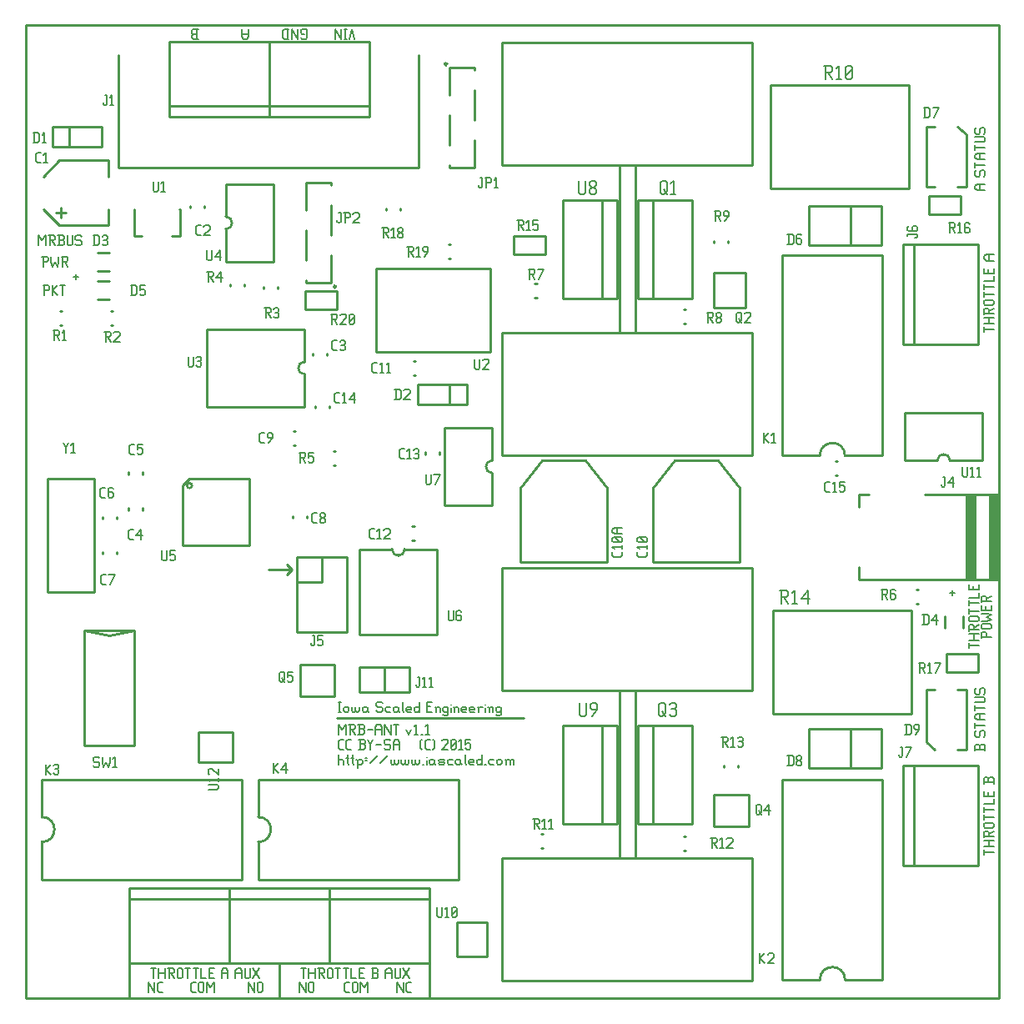
<source format=gbr>
G04 start of page 8 for group -4079 idx -4079 *
G04 Title: (unknown), topsilk *
G04 Creator: pcb 20140316 *
G04 CreationDate: Tue 07 Jul 2015 02:36:49 AM GMT UTC *
G04 For: ndholmes *
G04 Format: Gerber/RS-274X *
G04 PCB-Dimensions (mil): 3900.00 3900.00 *
G04 PCB-Coordinate-Origin: lower left *
%MOIN*%
%FSLAX25Y25*%
%LNTOPSILK*%
%ADD131C,0.0060*%
%ADD130C,0.0100*%
G54D130*X500Y389500D02*Y500D01*
X97500Y172000D02*X107000D01*
X105000Y174000D01*
X107000Y172000D02*X105000Y170000D01*
X389500Y500D02*Y389500D01*
X500D01*
X125000Y112500D02*X199500D01*
X500Y500D02*X389500D01*
X42000Y15000D02*Y500D01*
X102000Y14500D02*Y500D01*
X162000Y15000D02*Y500D01*
G54D131*X370000Y162500D02*X372000D01*
X371000Y163500D02*Y161500D01*
X377500Y142500D02*Y140500D01*
Y141500D02*X381500D01*
X377500Y143700D02*X381500D01*
X377500Y146200D02*X381500D01*
X379500D02*Y143700D01*
X377500Y149400D02*Y147400D01*
Y149400D02*X378000Y149900D01*
X379000D01*
X379500Y149400D02*X379000Y149900D01*
X379500Y149400D02*Y147900D01*
X377500D02*X381500D01*
X379500Y148700D02*X381500Y149900D01*
X378000Y151100D02*X381000D01*
X378000D02*X377500Y151600D01*
Y152600D02*Y151600D01*
Y152600D02*X378000Y153100D01*
X381000D01*
X381500Y152600D02*X381000Y153100D01*
X381500Y152600D02*Y151600D01*
X381000Y151100D02*X381500Y151600D01*
X377500Y156300D02*Y154300D01*
Y155300D02*X381500D01*
X377500Y159500D02*Y157500D01*
Y158500D02*X381500D01*
X377500Y160700D02*X381500D01*
Y162700D02*Y160700D01*
X379300Y165400D02*Y163900D01*
X381500Y165900D02*Y163900D01*
X377500D02*X381500D01*
X377500Y165900D02*Y163900D01*
X382500Y145000D02*X386500D01*
X382500Y146500D02*Y144500D01*
Y146500D02*X383000Y147000D01*
X384000D01*
X384500Y146500D02*X384000Y147000D01*
X384500Y146500D02*Y145000D01*
X383000Y148200D02*X386000D01*
X383000D02*X382500Y148700D01*
Y149700D02*Y148700D01*
Y149700D02*X383000Y150200D01*
X386000D01*
X386500Y149700D02*X386000Y150200D01*
X386500Y149700D02*Y148700D01*
X386000Y148200D02*X386500Y148700D01*
X382500Y151400D02*X384500D01*
X386500Y151900D01*
X384500Y152900D01*
X386500Y153900D01*
X384500Y154400D01*
X382500D02*X384500D01*
X384300Y157100D02*Y155600D01*
X386500Y157600D02*Y155600D01*
X382500D02*X386500D01*
X382500Y157600D02*Y155600D01*
Y160800D02*Y158800D01*
Y160800D02*X383000Y161300D01*
X384000D01*
X384500Y160800D02*X384000Y161300D01*
X384500Y160800D02*Y159300D01*
X382500D02*X386500D01*
X384500Y160100D02*X386500Y161300D01*
X49500Y7000D02*Y3000D01*
Y7000D02*X52000Y3000D01*
Y7000D02*Y3000D01*
X53900D02*X55200D01*
X53200Y3700D02*X53900Y3000D01*
X53200Y6300D02*Y3700D01*
Y6300D02*X53900Y7000D01*
X55200D01*
X89500D02*Y3000D01*
Y7000D02*X92000Y3000D01*
Y7000D02*Y3000D01*
X93200Y6500D02*Y3500D01*
Y6500D02*X93700Y7000D01*
X94700D01*
X95200Y6500D01*
Y3500D01*
X94700Y3000D02*X95200Y3500D01*
X93700Y3000D02*X94700D01*
X93200Y3500D02*X93700Y3000D01*
X67200D02*X68500D01*
X66500Y3700D02*X67200Y3000D01*
X66500Y6300D02*Y3700D01*
Y6300D02*X67200Y7000D01*
X68500D01*
X69700Y6500D02*Y3500D01*
Y6500D02*X70200Y7000D01*
X71200D01*
X71700Y6500D01*
Y3500D01*
X71200Y3000D02*X71700Y3500D01*
X70200Y3000D02*X71200D01*
X69700Y3500D02*X70200Y3000D01*
X72900Y7000D02*Y3000D01*
Y7000D02*X74400Y5000D01*
X75900Y7000D01*
Y3000D01*
X50500Y12500D02*X52500D01*
X51500D02*Y8500D01*
X53700Y12500D02*Y8500D01*
X56200Y12500D02*Y8500D01*
X53700Y10500D02*X56200D01*
X57400Y12500D02*X59400D01*
X59900Y12000D01*
Y11000D01*
X59400Y10500D02*X59900Y11000D01*
X57900Y10500D02*X59400D01*
X57900Y12500D02*Y8500D01*
X58700Y10500D02*X59900Y8500D01*
X61100Y12000D02*Y9000D01*
Y12000D02*X61600Y12500D01*
X62600D01*
X63100Y12000D01*
Y9000D01*
X62600Y8500D02*X63100Y9000D01*
X61600Y8500D02*X62600D01*
X61100Y9000D02*X61600Y8500D01*
X64300Y12500D02*X66300D01*
X65300D02*Y8500D01*
X67500Y12500D02*X69500D01*
X68500D02*Y8500D01*
X70700Y12500D02*Y8500D01*
X72700D01*
X73900Y10700D02*X75400D01*
X73900Y8500D02*X75900D01*
X73900Y12500D02*Y8500D01*
Y12500D02*X75900D01*
X78900Y11500D02*Y8500D01*
Y11500D02*X79600Y12500D01*
X80700D01*
X81400Y11500D01*
Y8500D01*
X78900Y10500D02*X81400D01*
X84400Y11500D02*Y8500D01*
Y11500D02*X85100Y12500D01*
X86200D01*
X86900Y11500D01*
Y8500D01*
X84400Y10500D02*X86900D01*
X88100Y12500D02*Y9000D01*
X88600Y8500D01*
X89600D01*
X90100Y9000D01*
Y12500D02*Y9000D01*
X91300Y8500D02*X93800Y12500D01*
X91300D02*X93800Y8500D01*
X110500Y12500D02*X112500D01*
X111500D02*Y8500D01*
X113700Y12500D02*Y8500D01*
X116200Y12500D02*Y8500D01*
X113700Y10500D02*X116200D01*
X117400Y12500D02*X119400D01*
X119900Y12000D01*
Y11000D01*
X119400Y10500D02*X119900Y11000D01*
X117900Y10500D02*X119400D01*
X117900Y12500D02*Y8500D01*
X118700Y10500D02*X119900Y8500D01*
X121100Y12000D02*Y9000D01*
Y12000D02*X121600Y12500D01*
X122600D01*
X123100Y12000D01*
Y9000D01*
X122600Y8500D02*X123100Y9000D01*
X121600Y8500D02*X122600D01*
X121100Y9000D02*X121600Y8500D01*
X124300Y12500D02*X126300D01*
X125300D02*Y8500D01*
X127500Y12500D02*X129500D01*
X128500D02*Y8500D01*
X130700Y12500D02*Y8500D01*
X132700D01*
X133900Y10700D02*X135400D01*
X133900Y8500D02*X135900D01*
X133900Y12500D02*Y8500D01*
Y12500D02*X135900D01*
X138900Y8500D02*X140900D01*
X141400Y9000D01*
Y10200D02*Y9000D01*
X140900Y10700D02*X141400Y10200D01*
X139400Y10700D02*X140900D01*
X139400Y12500D02*Y8500D01*
X138900Y12500D02*X140900D01*
X141400Y12000D01*
Y11200D01*
X140900Y10700D02*X141400Y11200D01*
X144400Y11500D02*Y8500D01*
Y11500D02*X145100Y12500D01*
X146200D01*
X146900Y11500D01*
Y8500D01*
X144400Y10500D02*X146900D01*
X148100Y12500D02*Y9000D01*
X148600Y8500D01*
X149600D01*
X150100Y9000D01*
Y12500D02*Y9000D01*
X151300Y8500D02*X153800Y12500D01*
X151300D02*X153800Y8500D01*
X149000Y7000D02*Y3000D01*
Y7000D02*X151500Y3000D01*
Y7000D02*Y3000D01*
X153400D02*X154700D01*
X152700Y3700D02*X153400Y3000D01*
X152700Y6300D02*Y3700D01*
Y6300D02*X153400Y7000D01*
X154700D01*
X128700Y3000D02*X130000D01*
X128000Y3700D02*X128700Y3000D01*
X128000Y6300D02*Y3700D01*
Y6300D02*X128700Y7000D01*
X130000D01*
X131200Y6500D02*Y3500D01*
Y6500D02*X131700Y7000D01*
X132700D01*
X133200Y6500D01*
Y3500D01*
X132700Y3000D02*X133200Y3500D01*
X131700Y3000D02*X132700D01*
X131200Y3500D02*X131700Y3000D01*
X134400Y7000D02*Y3000D01*
Y7000D02*X135900Y5000D01*
X137400Y7000D01*
Y3000D01*
X110000Y7000D02*Y3000D01*
Y7000D02*X112500Y3000D01*
Y7000D02*Y3000D01*
X113700Y6500D02*Y3500D01*
Y6500D02*X114200Y7000D01*
X115200D01*
X115700Y6500D01*
Y3500D01*
X115200Y3000D02*X115700Y3500D01*
X114200Y3000D02*X115200D01*
X113700Y3500D02*X114200Y3000D01*
X383500Y60000D02*Y58000D01*
Y59000D02*X387500D01*
X383500Y61200D02*X387500D01*
X383500Y63700D02*X387500D01*
X385500D02*Y61200D01*
X383500Y66900D02*Y64900D01*
Y66900D02*X384000Y67400D01*
X385000D01*
X385500Y66900D02*X385000Y67400D01*
X385500Y66900D02*Y65400D01*
X383500D02*X387500D01*
X385500Y66200D02*X387500Y67400D01*
X384000Y68600D02*X387000D01*
X384000D02*X383500Y69100D01*
Y70100D02*Y69100D01*
Y70100D02*X384000Y70600D01*
X387000D01*
X387500Y70100D02*X387000Y70600D01*
X387500Y70100D02*Y69100D01*
X387000Y68600D02*X387500Y69100D01*
X383500Y73800D02*Y71800D01*
Y72800D02*X387500D01*
X383500Y77000D02*Y75000D01*
Y76000D02*X387500D01*
X383500Y78200D02*X387500D01*
Y80200D02*Y78200D01*
X385300Y82900D02*Y81400D01*
X387500Y83400D02*Y81400D01*
X383500D02*X387500D01*
X383500Y83400D02*Y81400D01*
X387500Y88400D02*Y86400D01*
Y88400D02*X387000Y88900D01*
X385800D02*X387000D01*
X385300Y88400D02*X385800Y88900D01*
X385300Y88400D02*Y86900D01*
X383500D02*X387500D01*
X383500Y88400D02*Y86400D01*
Y88400D02*X384000Y88900D01*
X384800D01*
X385300Y88400D02*X384800Y88900D01*
X384000Y101500D02*Y99500D01*
Y101500D02*X383500Y102000D01*
X382300D02*X383500D01*
X381800Y101500D02*X382300Y102000D01*
X381800Y101500D02*Y100000D01*
X380000D02*X384000D01*
X380000Y101500D02*Y99500D01*
Y101500D02*X380500Y102000D01*
X381300D01*
X381800Y101500D02*X381300Y102000D01*
X380000Y107000D02*X380500Y107500D01*
X380000Y107000D02*Y105500D01*
X380500Y105000D02*X380000Y105500D01*
X380500Y105000D02*X381500D01*
X382000Y105500D01*
Y107000D02*Y105500D01*
Y107000D02*X382500Y107500D01*
X383500D01*
X384000Y107000D02*X383500Y107500D01*
X384000Y107000D02*Y105500D01*
X383500Y105000D02*X384000Y105500D01*
X380000Y110700D02*Y108700D01*
Y109700D02*X384000D01*
X381000Y111900D02*X384000D01*
X381000D02*X380000Y112600D01*
Y113700D02*Y112600D01*
Y113700D02*X381000Y114400D01*
X384000D01*
X382000D02*Y111900D01*
X380000Y117600D02*Y115600D01*
Y116600D02*X384000D01*
X380000Y118800D02*X383500D01*
X384000Y119300D01*
Y120300D02*Y119300D01*
Y120300D02*X383500Y120800D01*
X380000D02*X383500D01*
X380000Y124000D02*X380500Y124500D01*
X380000Y124000D02*Y122500D01*
X380500Y122000D02*X380000Y122500D01*
X380500Y122000D02*X381500D01*
X382000Y122500D01*
Y124000D02*Y122500D01*
Y124000D02*X382500Y124500D01*
X383500D01*
X384000Y124000D02*X383500Y124500D01*
X384000Y124000D02*Y122500D01*
X383500Y122000D02*X384000Y122500D01*
X125500Y119000D02*X126500D01*
X126000D02*Y115000D01*
X125500D02*X126500D01*
X127700Y116500D02*Y115500D01*
Y116500D02*X128200Y117000D01*
X129200D01*
X129700Y116500D01*
Y115500D01*
X129200Y115000D02*X129700Y115500D01*
X128200Y115000D02*X129200D01*
X127700Y115500D02*X128200Y115000D01*
X130900Y117000D02*Y115500D01*
X131400Y115000D01*
X131900D01*
X132400Y115500D01*
Y117000D02*Y115500D01*
X132900Y115000D01*
X133400D01*
X133900Y115500D01*
Y117000D02*Y115500D01*
X136600Y117000D02*X137100Y116500D01*
X135600Y117000D02*X136600D01*
X135100Y116500D02*X135600Y117000D01*
X135100Y116500D02*Y115500D01*
X135600Y115000D01*
X137100Y117000D02*Y115500D01*
X137600Y115000D01*
X135600D02*X136600D01*
X137100Y115500D01*
X142600Y119000D02*X143100Y118500D01*
X141100Y119000D02*X142600D01*
X140600Y118500D02*X141100Y119000D01*
X140600Y118500D02*Y117500D01*
X141100Y117000D01*
X142600D01*
X143100Y116500D01*
Y115500D01*
X142600Y115000D02*X143100Y115500D01*
X141100Y115000D02*X142600D01*
X140600Y115500D02*X141100Y115000D01*
X144800Y117000D02*X146300D01*
X144300Y116500D02*X144800Y117000D01*
X144300Y116500D02*Y115500D01*
X144800Y115000D01*
X146300D01*
X149000Y117000D02*X149500Y116500D01*
X148000Y117000D02*X149000D01*
X147500Y116500D02*X148000Y117000D01*
X147500Y116500D02*Y115500D01*
X148000Y115000D01*
X149500Y117000D02*Y115500D01*
X150000Y115000D01*
X148000D02*X149000D01*
X149500Y115500D01*
X151200Y119000D02*Y115500D01*
X151700Y115000D01*
X153200D02*X154700D01*
X152700Y115500D02*X153200Y115000D01*
X152700Y116500D02*Y115500D01*
Y116500D02*X153200Y117000D01*
X154200D01*
X154700Y116500D01*
X152700Y116000D02*X154700D01*
Y116500D02*Y116000D01*
X157900Y119000D02*Y115000D01*
X157400D02*X157900Y115500D01*
X156400Y115000D02*X157400D01*
X155900Y115500D02*X156400Y115000D01*
X155900Y116500D02*Y115500D01*
Y116500D02*X156400Y117000D01*
X157400D01*
X157900Y116500D01*
X160900Y117200D02*X162400D01*
X160900Y115000D02*X162900D01*
X160900Y119000D02*Y115000D01*
Y119000D02*X162900D01*
X164600Y116500D02*Y115000D01*
Y116500D02*X165100Y117000D01*
X165600D01*
X166100Y116500D01*
Y115000D01*
X164100Y117000D02*X164600Y116500D01*
X168800Y117000D02*X169300Y116500D01*
X167800Y117000D02*X168800D01*
X167300Y116500D02*X167800Y117000D01*
X167300Y116500D02*Y115500D01*
X167800Y115000D01*
X168800D01*
X169300Y115500D01*
X167300Y114000D02*X167800Y113500D01*
X168800D01*
X169300Y114000D01*
Y117000D02*Y114000D01*
X170500Y118000D02*Y117900D01*
Y116500D02*Y115000D01*
X172000Y116500D02*Y115000D01*
Y116500D02*X172500Y117000D01*
X173000D01*
X173500Y116500D01*
Y115000D01*
X171500Y117000D02*X172000Y116500D01*
X175200Y115000D02*X176700D01*
X174700Y115500D02*X175200Y115000D01*
X174700Y116500D02*Y115500D01*
Y116500D02*X175200Y117000D01*
X176200D01*
X176700Y116500D01*
X174700Y116000D02*X176700D01*
Y116500D02*Y116000D01*
X178400Y115000D02*X179900D01*
X177900Y115500D02*X178400Y115000D01*
X177900Y116500D02*Y115500D01*
Y116500D02*X178400Y117000D01*
X179400D01*
X179900Y116500D01*
X177900Y116000D02*X179900D01*
Y116500D02*Y116000D01*
X181600Y116500D02*Y115000D01*
Y116500D02*X182100Y117000D01*
X183100D01*
X181100D02*X181600Y116500D01*
X184300Y118000D02*Y117900D01*
Y116500D02*Y115000D01*
X185800Y116500D02*Y115000D01*
Y116500D02*X186300Y117000D01*
X186800D01*
X187300Y116500D01*
Y115000D01*
X185300Y117000D02*X185800Y116500D01*
X190000Y117000D02*X190500Y116500D01*
X189000Y117000D02*X190000D01*
X188500Y116500D02*X189000Y117000D01*
X188500Y116500D02*Y115500D01*
X189000Y115000D01*
X190000D01*
X190500Y115500D01*
X188500Y114000D02*X189000Y113500D01*
X190000D01*
X190500Y114000D01*
Y117000D02*Y114000D01*
X126200Y100000D02*X127500D01*
X125500Y100700D02*X126200Y100000D01*
X125500Y103300D02*Y100700D01*
Y103300D02*X126200Y104000D01*
X127500D01*
X129400Y100000D02*X130700D01*
X128700Y100700D02*X129400Y100000D01*
X128700Y103300D02*Y100700D01*
Y103300D02*X129400Y104000D01*
X130700D01*
X133700Y100000D02*X135700D01*
X136200Y100500D01*
Y101700D02*Y100500D01*
X135700Y102200D02*X136200Y101700D01*
X134200Y102200D02*X135700D01*
X134200Y104000D02*Y100000D01*
X133700Y104000D02*X135700D01*
X136200Y103500D01*
Y102700D01*
X135700Y102200D02*X136200Y102700D01*
X137400Y104000D02*X138400Y102000D01*
X139400Y104000D01*
X138400Y102000D02*Y100000D01*
X140600Y102000D02*X142600D01*
X145800Y104000D02*X146300Y103500D01*
X144300Y104000D02*X145800D01*
X143800Y103500D02*X144300Y104000D01*
X143800Y103500D02*Y102500D01*
X144300Y102000D01*
X145800D01*
X146300Y101500D01*
Y100500D01*
X145800Y100000D02*X146300Y100500D01*
X144300Y100000D02*X145800D01*
X143800Y100500D02*X144300Y100000D01*
X147500Y103000D02*Y100000D01*
Y103000D02*X148200Y104000D01*
X149300D01*
X150000Y103000D01*
Y100000D01*
X147500Y102000D02*X150000D01*
X158400Y100500D02*X158900Y100000D01*
X158400Y103500D02*X158900Y104000D01*
X158400Y103500D02*Y100500D01*
X160800Y100000D02*X162100D01*
X160100Y100700D02*X160800Y100000D01*
X160100Y103300D02*Y100700D01*
Y103300D02*X160800Y104000D01*
X162100D01*
X163300D02*X163800Y103500D01*
Y100500D01*
X163300Y100000D02*X163800Y100500D01*
X166800Y103500D02*X167300Y104000D01*
X168800D01*
X169300Y103500D01*
Y102500D01*
X166800Y100000D02*X169300Y102500D01*
X166800Y100000D02*X169300D01*
X170500Y100500D02*X171000Y100000D01*
X170500Y103500D02*Y100500D01*
Y103500D02*X171000Y104000D01*
X172000D01*
X172500Y103500D01*
Y100500D01*
X172000Y100000D02*X172500Y100500D01*
X171000Y100000D02*X172000D01*
X170500Y101000D02*X172500Y103000D01*
X173700Y103200D02*X174500Y104000D01*
Y100000D01*
X173700D02*X175200D01*
X176400Y104000D02*X178400D01*
X176400D02*Y102000D01*
X176900Y102500D01*
X177900D01*
X178400Y102000D01*
Y100500D01*
X177900Y100000D02*X178400Y100500D01*
X176900Y100000D02*X177900D01*
X176400Y100500D02*X176900Y100000D01*
X125500Y98000D02*Y94000D01*
Y95500D02*X126000Y96000D01*
X127000D01*
X127500Y95500D01*
Y94000D01*
X129200Y98000D02*Y94500D01*
X129700Y94000D01*
X128700Y96500D02*X129700D01*
X131200Y98000D02*Y94500D01*
X131700Y94000D01*
X130700Y96500D02*X131700D01*
X133200Y95500D02*Y92500D01*
X132700Y96000D02*X133200Y95500D01*
X133700Y96000D01*
X134700D01*
X135200Y95500D01*
Y94500D01*
X134700Y94000D02*X135200Y94500D01*
X133700Y94000D02*X134700D01*
X133200Y94500D02*X133700Y94000D01*
X136400Y96500D02*X136900D01*
X136400Y95500D02*X136900D01*
X138100Y94500D02*X141100Y97500D01*
X142300Y94500D02*X145300Y97500D01*
X146500Y96000D02*Y94500D01*
X147000Y94000D01*
X147500D01*
X148000Y94500D01*
Y96000D02*Y94500D01*
X148500Y94000D01*
X149000D01*
X149500Y94500D01*
Y96000D02*Y94500D01*
X150700Y96000D02*Y94500D01*
X151200Y94000D01*
X151700D01*
X152200Y94500D01*
Y96000D02*Y94500D01*
X152700Y94000D01*
X153200D01*
X153700Y94500D01*
Y96000D02*Y94500D01*
X154900Y96000D02*Y94500D01*
X155400Y94000D01*
X155900D01*
X156400Y94500D01*
Y96000D02*Y94500D01*
X156900Y94000D01*
X157400D01*
X157900Y94500D01*
Y96000D02*Y94500D01*
X159100Y94000D02*X159600D01*
X160800Y97000D02*Y96900D01*
Y95500D02*Y94000D01*
X163300Y96000D02*X163800Y95500D01*
X162300Y96000D02*X163300D01*
X161800Y95500D02*X162300Y96000D01*
X161800Y95500D02*Y94500D01*
X162300Y94000D01*
X163800Y96000D02*Y94500D01*
X164300Y94000D01*
X162300D02*X163300D01*
X163800Y94500D01*
X166000Y94000D02*X167500D01*
X168000Y94500D01*
X167500Y95000D02*X168000Y94500D01*
X166000Y95000D02*X167500D01*
X165500Y95500D02*X166000Y95000D01*
X165500Y95500D02*X166000Y96000D01*
X167500D01*
X168000Y95500D01*
X165500Y94500D02*X166000Y94000D01*
X169700Y96000D02*X171200D01*
X169200Y95500D02*X169700Y96000D01*
X169200Y95500D02*Y94500D01*
X169700Y94000D01*
X171200D01*
X173900Y96000D02*X174400Y95500D01*
X172900Y96000D02*X173900D01*
X172400Y95500D02*X172900Y96000D01*
X172400Y95500D02*Y94500D01*
X172900Y94000D01*
X174400Y96000D02*Y94500D01*
X174900Y94000D01*
X172900D02*X173900D01*
X174400Y94500D01*
X176100Y98000D02*Y94500D01*
X176600Y94000D01*
X178100D02*X179600D01*
X177600Y94500D02*X178100Y94000D01*
X177600Y95500D02*Y94500D01*
Y95500D02*X178100Y96000D01*
X179100D01*
X179600Y95500D01*
X177600Y95000D02*X179600D01*
Y95500D02*Y95000D01*
X182800Y98000D02*Y94000D01*
X182300D02*X182800Y94500D01*
X181300Y94000D02*X182300D01*
X180800Y94500D02*X181300Y94000D01*
X180800Y95500D02*Y94500D01*
Y95500D02*X181300Y96000D01*
X182300D01*
X182800Y95500D01*
X184000Y94000D02*X184500D01*
X186200Y96000D02*X187700D01*
X185700Y95500D02*X186200Y96000D01*
X185700Y95500D02*Y94500D01*
X186200Y94000D01*
X187700D01*
X188900Y95500D02*Y94500D01*
Y95500D02*X189400Y96000D01*
X190400D01*
X190900Y95500D01*
Y94500D01*
X190400Y94000D02*X190900Y94500D01*
X189400Y94000D02*X190400D01*
X188900Y94500D02*X189400Y94000D01*
X192600Y95500D02*Y94000D01*
Y95500D02*X193100Y96000D01*
X193600D01*
X194100Y95500D01*
Y94000D01*
Y95500D02*X194600Y96000D01*
X195100D01*
X195600Y95500D01*
Y94000D01*
X192100Y96000D02*X192600Y95500D01*
X125500Y110000D02*Y106000D01*
Y110000D02*X127000Y108000D01*
X128500Y110000D01*
Y106000D01*
X129700Y110000D02*X131700D01*
X132200Y109500D01*
Y108500D01*
X131700Y108000D02*X132200Y108500D01*
X130200Y108000D02*X131700D01*
X130200Y110000D02*Y106000D01*
X131000Y108000D02*X132200Y106000D01*
X133400D02*X135400D01*
X135900Y106500D01*
Y107700D02*Y106500D01*
X135400Y108200D02*X135900Y107700D01*
X133900Y108200D02*X135400D01*
X133900Y110000D02*Y106000D01*
X133400Y110000D02*X135400D01*
X135900Y109500D01*
Y108700D01*
X135400Y108200D02*X135900Y108700D01*
X137100Y108000D02*X139100D01*
X140300Y109000D02*Y106000D01*
Y109000D02*X141000Y110000D01*
X142100D01*
X142800Y109000D01*
Y106000D01*
X140300Y108000D02*X142800D01*
X144000Y110000D02*Y106000D01*
Y110000D02*X146500Y106000D01*
Y110000D02*Y106000D01*
X147700Y110000D02*X149700D01*
X148700D02*Y106000D01*
X152700Y108000D02*X153700Y106000D01*
X154700Y108000D02*X153700Y106000D01*
X155900Y109200D02*X156700Y110000D01*
Y106000D01*
X155900D02*X157400D01*
X158600D02*X159100D01*
X160300Y109200D02*X161100Y110000D01*
Y106000D01*
X160300D02*X161800D01*
X132000Y384000D02*X131000Y388000D01*
X130000Y384000D01*
X127800D02*X128800D01*
X128300Y388000D02*Y384000D01*
X127800Y388000D02*X128800D01*
X126600D02*Y384000D01*
X124100Y388000D01*
Y384000D01*
X111000D02*X110500Y384500D01*
X111000Y384000D02*X112500D01*
X113000Y384500D02*X112500Y384000D01*
X113000Y387500D02*Y384500D01*
Y387500D02*X112500Y388000D01*
X111000D02*X112500D01*
X111000D02*X110500Y387500D01*
Y386500D01*
X111000Y386000D02*X110500Y386500D01*
X111000Y386000D02*X112000D01*
X109300Y388000D02*Y384000D01*
X106800Y388000D01*
Y384000D01*
X105100Y388000D02*Y384000D01*
X103800D02*X103100Y384700D01*
Y387300D02*Y384700D01*
X103800Y388000D02*X103100Y387300D01*
X103800Y388000D02*X105600D01*
X103800Y384000D02*X105600D01*
X89500Y388000D02*Y385000D01*
X88800Y384000D01*
X87700D02*X88800D01*
X87700D02*X87000Y385000D01*
Y388000D02*Y385000D01*
Y386000D02*X89500D01*
X67500Y388000D02*X69500D01*
X67500D02*X67000Y387500D01*
Y386300D01*
X67500Y385800D02*X67000Y386300D01*
X67500Y385800D02*X69000D01*
Y388000D02*Y384000D01*
X67500D02*X69500D01*
X67500D02*X67000Y384500D01*
Y385300D02*Y384500D01*
X67500Y385800D02*X67000Y385300D01*
X7500Y297000D02*Y293000D01*
X7000Y297000D02*X9000D01*
X9500Y296500D01*
Y295500D01*
X9000Y295000D02*X9500Y295500D01*
X7500Y295000D02*X9000D01*
X10700Y297000D02*Y295000D01*
X11200Y293000D01*
X12200Y295000D01*
X13200Y293000D01*
X13700Y295000D01*
Y297000D02*Y295000D01*
X14900Y297000D02*X16900D01*
X17400Y296500D01*
Y295500D01*
X16900Y295000D02*X17400Y295500D01*
X15400Y295000D02*X16900D01*
X15400Y297000D02*Y293000D01*
X16200Y295000D02*X17400Y293000D01*
X8000Y285500D02*Y281500D01*
X7500Y285500D02*X9500D01*
X10000Y285000D01*
Y284000D01*
X9500Y283500D02*X10000Y284000D01*
X8000Y283500D02*X9500D01*
X11200Y285500D02*Y281500D01*
Y283500D02*X13200Y285500D01*
X11200Y283500D02*X13200Y281500D01*
X14400Y285500D02*X16400D01*
X15400D02*Y281500D01*
X19500Y289000D02*X21500D01*
X20500Y290000D02*Y288000D01*
X5500Y305500D02*Y301500D01*
Y305500D02*X7000Y303500D01*
X8500Y305500D01*
Y301500D01*
X9700Y305500D02*X11700D01*
X12200Y305000D01*
Y304000D01*
X11700Y303500D02*X12200Y304000D01*
X10200Y303500D02*X11700D01*
X10200Y305500D02*Y301500D01*
X11000Y303500D02*X12200Y301500D01*
X13400D02*X15400D01*
X15900Y302000D01*
Y303200D02*Y302000D01*
X15400Y303700D02*X15900Y303200D01*
X13900Y303700D02*X15400D01*
X13900Y305500D02*Y301500D01*
X13400Y305500D02*X15400D01*
X15900Y305000D01*
Y304200D01*
X15400Y303700D02*X15900Y304200D01*
X17100Y305500D02*Y302000D01*
X17600Y301500D01*
X18600D01*
X19100Y302000D01*
Y305500D02*Y302000D01*
X22300Y305500D02*X22800Y305000D01*
X20800Y305500D02*X22300D01*
X20300Y305000D02*X20800Y305500D01*
X20300Y305000D02*Y304000D01*
X20800Y303500D01*
X22300D01*
X22800Y303000D01*
Y302000D01*
X22300Y301500D02*X22800Y302000D01*
X20800Y301500D02*X22300D01*
X20300Y302000D02*X20800Y301500D01*
X383500Y269000D02*Y267000D01*
Y268000D02*X387500D01*
X383500Y270200D02*X387500D01*
X383500Y272700D02*X387500D01*
X385500D02*Y270200D01*
X383500Y275900D02*Y273900D01*
Y275900D02*X384000Y276400D01*
X385000D01*
X385500Y275900D02*X385000Y276400D01*
X385500Y275900D02*Y274400D01*
X383500D02*X387500D01*
X385500Y275200D02*X387500Y276400D01*
X384000Y277600D02*X387000D01*
X384000D02*X383500Y278100D01*
Y279100D02*Y278100D01*
Y279100D02*X384000Y279600D01*
X387000D01*
X387500Y279100D02*X387000Y279600D01*
X387500Y279100D02*Y278100D01*
X387000Y277600D02*X387500Y278100D01*
X383500Y282800D02*Y280800D01*
Y281800D02*X387500D01*
X383500Y286000D02*Y284000D01*
Y285000D02*X387500D01*
X383500Y287200D02*X387500D01*
Y289200D02*Y287200D01*
X385300Y291900D02*Y290400D01*
X387500Y292400D02*Y290400D01*
X383500D02*X387500D01*
X383500Y292400D02*Y290400D01*
X384500Y295400D02*X387500D01*
X384500D02*X383500Y296100D01*
Y297200D02*Y296100D01*
Y297200D02*X384500Y297900D01*
X387500D01*
X385500D02*Y295400D01*
X381000Y323500D02*X384000D01*
X381000D02*X380000Y324200D01*
Y325300D02*Y324200D01*
Y325300D02*X381000Y326000D01*
X384000D01*
X382000D02*Y323500D01*
X380000Y331000D02*X380500Y331500D01*
X380000Y331000D02*Y329500D01*
X380500Y329000D02*X380000Y329500D01*
X380500Y329000D02*X381500D01*
X382000Y329500D01*
Y331000D02*Y329500D01*
Y331000D02*X382500Y331500D01*
X383500D01*
X384000Y331000D02*X383500Y331500D01*
X384000Y331000D02*Y329500D01*
X383500Y329000D02*X384000Y329500D01*
X380000Y334700D02*Y332700D01*
Y333700D02*X384000D01*
X381000Y335900D02*X384000D01*
X381000D02*X380000Y336600D01*
Y337700D02*Y336600D01*
Y337700D02*X381000Y338400D01*
X384000D01*
X382000D02*Y335900D01*
X380000Y341600D02*Y339600D01*
Y340600D02*X384000D01*
X380000Y342800D02*X383500D01*
X384000Y343300D01*
Y344300D02*Y343300D01*
Y344300D02*X383500Y344800D01*
X380000D02*X383500D01*
X380000Y348000D02*X380500Y348500D01*
X380000Y348000D02*Y346500D01*
X380500Y346000D02*X380000Y346500D01*
X380500Y346000D02*X381500D01*
X382000Y346500D01*
Y348000D02*Y346500D01*
Y348000D02*X382500Y348500D01*
X383500D01*
X384000Y348000D02*X383500Y348500D01*
X384000Y348000D02*Y346500D01*
X383500Y346000D02*X384000Y346500D01*
G54D130*X368701Y138241D02*X381299D01*
Y130759D01*
X368701D01*
Y138241D01*
X361701Y321241D02*X374299D01*
Y313759D01*
X361701D01*
Y321241D01*
X360500Y349000D02*Y325000D01*
X376500Y346000D02*Y325000D01*
X373000D02*X376500D01*
X360500D02*X364000D01*
X360500Y349000D02*X364000D01*
X376500Y346000D02*X373000Y349000D01*
X367760Y153362D02*Y148638D01*
X375240Y153362D02*Y148638D01*
X381300Y93500D02*Y53500D01*
X351300Y93500D02*Y53500D01*
X355700Y93500D02*Y53500D01*
X351300D02*X381300D01*
X351300Y93500D02*X381300D01*
X376500Y124000D02*Y100000D01*
X360500Y124000D02*Y103000D01*
Y124000D02*X364000D01*
X373000D02*X376500D01*
X373000Y100000D02*X376500D01*
X360500Y103000D02*X364000Y100000D01*
X383000Y234500D02*Y215500D01*
X352000Y234500D02*X383000D01*
X352000D02*Y215500D01*
X370000D02*X383000D01*
X352000D02*X365000D01*
X370000D02*G75*G03X365000Y215500I-2500J0D01*G01*
X42000Y14700D02*X82000D01*
X42000Y44700D02*X82000D01*
X42000Y40300D02*X82000D01*
X42000Y44700D02*Y14700D01*
X82000Y44700D02*Y14700D01*
X7000Y48000D02*X87000D01*
Y88000D02*Y48000D01*
X7000Y88000D02*X87000D01*
X7000Y63000D02*Y48000D01*
Y88000D02*Y73000D01*
Y63000D02*G75*G03X7000Y73000I0J5000D01*G01*
X93500Y48000D02*X173500D01*
Y88000D02*Y48000D01*
X93500Y88000D02*X173500D01*
X93500Y63000D02*Y48000D01*
Y88000D02*Y73000D01*
Y63000D02*G75*G03X93500Y73000I0J5000D01*G01*
X122000Y14700D02*X162000D01*
X122000Y44700D02*X162000D01*
X122000Y40300D02*X162000D01*
X122000Y44700D02*Y14700D01*
X162000Y44700D02*Y14700D01*
X263564Y65255D02*X264350D01*
X263564Y59745D02*X264350D01*
X263564Y275755D02*X264350D01*
X263564Y270245D02*X264350D01*
X279745Y93593D02*Y92807D01*
X285255Y93593D02*Y92807D01*
X299400Y155700D02*X354600D01*
X299400Y114300D02*X354600D01*
X299400Y155700D02*Y114300D01*
X354600Y155700D02*Y114300D01*
X356607Y158245D02*X357393D01*
X356607Y163755D02*X357393D01*
X313433Y108374D02*X342567D01*
Y92626D01*
X313433D01*
Y108374D01*
X330400Y92626D02*Y108374D01*
X343000Y88000D02*Y8000D01*
X303000Y88000D02*X343000D01*
X303000D02*Y8000D01*
X328000D02*X343000D01*
X303000D02*X318000D01*
X328000D02*G75*G03X318000Y8000I-5000J0D01*G01*
X343000Y297500D02*Y217500D01*
X303000Y297500D02*X343000D01*
X303000D02*Y217500D01*
X328000D02*X343000D01*
X303000D02*X318000D01*
X328000D02*G75*G03X318000Y217500I-5000J0D01*G01*
X360000Y202000D02*X389500D01*
Y168000D01*
X333500D02*X389500D01*
X333500Y173000D02*Y168000D01*
Y202000D02*X337500D01*
X333500D02*Y197000D01*
X389500Y202000D02*Y168000D01*
X389000Y202000D02*Y168000D01*
X388500Y202000D02*Y168000D01*
X388000Y202000D02*Y168000D01*
X387500Y202000D02*Y168000D01*
X387000Y202000D02*Y168000D01*
X386500Y202000D02*Y168000D01*
X386000Y202000D02*Y168000D01*
X376500Y202000D02*Y168000D01*
X377000Y202000D02*Y168000D01*
X377500Y202000D02*Y168000D01*
X378000Y202000D02*Y168000D01*
X378500Y202000D02*Y168000D01*
X379000Y202000D02*Y168000D01*
X379500Y202000D02*Y168000D01*
X380000Y202000D02*Y168000D01*
X381300Y302000D02*Y262000D01*
X351300Y302000D02*Y262000D01*
X355700Y302000D02*Y262000D01*
X351300D02*X381300D01*
X351300Y302000D02*X381300D01*
X275745Y303393D02*Y302607D01*
X281255Y303393D02*Y302607D01*
X324107Y209745D02*X324893D01*
X324107Y215255D02*X324893D01*
X313433Y317374D02*X342567D01*
Y301626D01*
X313433D01*
Y317374D01*
X330400Y301626D02*Y317374D01*
X298400Y365700D02*X353600D01*
X298400Y324300D02*X353600D01*
X298400Y365700D02*Y324300D01*
X353600Y365700D02*Y324300D01*
X224100Y215600D02*X232800Y204700D01*
Y174800D01*
X198200D02*X232800D01*
X198200Y204700D02*Y174800D01*
Y204700D02*X206900Y215600D01*
X224100D01*
X277100D02*X285800Y204700D01*
Y174800D01*
X251200D02*X285800D01*
X251200Y204700D02*Y174800D01*
Y204700D02*X259900Y215600D01*
X277100D01*
X206564Y66255D02*X207350D01*
X206564Y60745D02*X207350D01*
X215157Y109685D02*Y70315D01*
X236811Y109685D02*Y70315D01*
X230905Y109685D02*Y70315D01*
X215157D02*X236811D01*
X215157Y109685D02*X236811D01*
X191000Y7500D02*X291000D01*
X191000Y172500D02*X291000D01*
Y123500D01*
Y56500D02*Y7500D01*
X191000Y172500D02*Y123500D01*
Y56500D02*Y7500D01*
X237900Y123500D02*Y56500D01*
X244100Y123500D02*Y56500D01*
X191000Y123500D02*X291000D01*
X191000Y56500D02*X291000D01*
X266843Y109685D02*Y70315D01*
X245189Y109685D02*Y70315D01*
X251095Y109685D02*Y70315D01*
X245189Y109685D02*X266843D01*
X245189Y70315D02*X266843D01*
X275600Y82000D02*X289500D01*
X275600D02*Y69200D01*
X289500D01*
Y82000D02*Y69200D01*
X173000Y31000D02*Y17100D01*
X184800D01*
Y31000D01*
X173000D01*
X82000Y14700D02*X122000D01*
X82000Y44700D02*X122000D01*
X82000Y40300D02*X122000D01*
X82000Y44700D02*Y14700D01*
X122000Y44700D02*Y14700D01*
X36755Y178893D02*Y178107D01*
X31245Y178893D02*Y178107D01*
X66021Y208379D02*X89879D01*
Y181621D01*
X63121D02*X89879D01*
X63121Y205479D02*Y181621D01*
Y205479D02*X66021Y208379D01*
X65021Y205479D02*G75*G03X65021Y205479I1000J0D01*G01*
X27850Y208138D02*Y162862D01*
X9150D02*X27850D01*
X9150Y208138D02*Y162862D01*
Y208138D02*X27850D01*
X112500Y286500D02*X122500D01*
X112500Y326500D02*X122500D01*
X112500Y287500D02*Y286500D01*
Y307500D02*Y295500D01*
Y326500D02*Y315500D01*
X122500Y326500D02*Y325500D01*
Y317500D02*Y305500D01*
Y297500D02*Y286500D01*
X124500Y285000D02*G75*G03X124500Y285000I-500J0D01*G01*
X80500Y295000D02*X99500D01*
Y326000D02*Y295000D01*
X80500Y326000D02*X99500D01*
X80500Y308000D02*Y295000D01*
Y326000D02*Y313000D01*
Y308000D02*G75*G03X80500Y313000I0J2500D01*G01*
X112201Y283241D02*X124799D01*
Y275759D01*
X112201D02*X124799D01*
X112201Y283241D02*Y275759D01*
X73000Y268000D02*X112000D01*
X73000D02*Y237000D01*
X112000D01*
Y268000D02*Y255000D01*
Y250000D02*Y237000D01*
Y255000D02*G75*G03X112000Y250000I0J-2500D01*G01*
X121755Y237393D02*Y236607D01*
X116245Y237393D02*Y236607D01*
X123607Y219255D02*X124393D01*
X123607Y213745D02*X124393D01*
X107607Y227255D02*X108393D01*
X107607Y221745D02*X108393D01*
X115245Y258393D02*Y257607D01*
X120755Y258393D02*Y257607D01*
X69500Y95000D02*X83400D01*
Y106800D02*Y95000D01*
X69500Y106800D02*X83400D01*
X69500D02*Y95000D01*
X134000Y133000D02*X154000D01*
X134000D02*Y123000D01*
X154000D01*
Y133000D02*Y123000D01*
X144000Y133000D02*Y123000D01*
X154000D01*
X110100Y134000D02*X124000D01*
X110100D02*Y121200D01*
X124000D01*
Y134000D02*Y121200D01*
X109000Y177000D02*Y147000D01*
X129000D01*
Y177000D01*
X109000D01*
Y167000D02*X119000D01*
Y177000D01*
X134000Y180000D02*Y146000D01*
X165000D01*
Y180000D01*
X134000D02*X147000D01*
X165000D02*X152000D01*
X147000D02*G75*G03X152000Y180000I2500J0D01*G01*
X150255Y316393D02*Y315607D01*
X144745Y316393D02*Y315607D01*
X169607Y301755D02*X170393D01*
X169607Y296245D02*X170393D01*
X170000Y372500D02*X180000D01*
Y332500D02*X170000D01*
X180000Y372500D02*Y371500D01*
Y363500D02*Y351500D01*
Y343500D02*Y332500D01*
X170000D02*Y333500D01*
Y341500D02*Y353500D01*
Y361500D02*Y372500D01*
X168000Y374000D02*G75*G03X168000Y374000I500J0D01*G01*
X186335Y292374D02*X140665D01*
X186335Y258910D02*X140665D01*
X186335Y292374D02*Y258910D01*
X140665Y292374D02*Y258910D01*
X160245Y218850D02*Y218064D01*
X165755Y218850D02*Y218064D01*
X87755Y285893D02*Y285107D01*
X82245Y285893D02*Y285107D01*
X101255Y284893D02*Y284107D01*
X95745Y284893D02*Y284107D01*
X155607Y255255D02*X156393D01*
X155607Y249745D02*X156393D01*
X157100Y246000D02*X176800D01*
X157100Y238000D02*X176800D01*
Y246000D02*Y238000D01*
X157100Y246000D02*Y238000D01*
X170000Y246000D02*Y238000D01*
X33492Y309508D02*Y316004D01*
Y335492D02*Y328996D01*
X14004Y335492D02*X33492D01*
X14004Y309508D02*X33492D01*
X14004Y335492D02*X7508Y328996D01*
X14004Y309508D02*X7508Y316004D01*
X14500Y316500D02*Y312500D01*
X16500Y314500D02*X12500D01*
X29138Y279760D02*X33862D01*
X29138Y287240D02*X33862D01*
X34607Y275255D02*X35393D01*
X34607Y269745D02*X35393D01*
X29138Y291260D02*X33862D01*
X29138Y298740D02*X33862D01*
X14107Y275255D02*X14893D01*
X14107Y269745D02*X14893D01*
X37500Y377500D02*Y332500D01*
X157500Y377500D02*Y332500D01*
X37500D02*X157500D01*
X66245Y317393D02*Y316607D01*
X71755Y317393D02*Y316607D01*
X58000Y382800D02*X98000D01*
X58000Y352800D02*X98000D01*
X58000Y357200D02*X98000D01*
Y382800D02*Y352800D01*
X58000Y382800D02*Y352800D01*
X98000Y382800D02*X138000D01*
X98000Y352800D02*X138000D01*
X98000Y357200D02*X138000D01*
Y382800D02*Y352800D01*
X98000Y382800D02*Y352800D01*
X195701Y297759D02*X208299D01*
X195701Y305241D02*Y297759D01*
Y305241D02*X208299D01*
Y297759D01*
X204064Y286255D02*X204850D01*
X204064Y280745D02*X204850D01*
X215157Y319685D02*Y280315D01*
X236811Y319685D02*Y280315D01*
X230905Y319685D02*Y280315D01*
X215157D02*X236811D01*
X215157Y319685D02*X236811D01*
X191000Y217500D02*X291000D01*
X191000Y382500D02*X291000D01*
Y333500D01*
Y266500D02*Y217500D01*
X191000Y382500D02*Y333500D01*
Y266500D02*Y217500D01*
X237900Y333500D02*Y266500D01*
X244100Y333500D02*Y266500D01*
X191000Y333500D02*X291000D01*
X191000Y266500D02*X291000D01*
X266843Y319685D02*Y280315D01*
X245189Y319685D02*Y280315D01*
X251095Y319685D02*Y280315D01*
X245189Y319685D02*X266843D01*
X245189Y280315D02*X266843D01*
X288400Y290600D02*Y276700D01*
X275600Y290600D02*X288400D01*
X275600D02*Y276700D01*
X288400D01*
X168000Y228500D02*X187000D01*
X168000D02*Y197500D01*
X187000D01*
Y228500D02*Y215500D01*
Y210500D02*Y197500D01*
Y215500D02*G75*G03X187000Y210500I0J-2500D01*G01*
X155064Y189255D02*X155850D01*
X155064Y183745D02*X155850D01*
X107245Y193393D02*Y192607D01*
X112755Y193393D02*Y192607D01*
X11200Y341000D02*X30900D01*
X11200Y349000D02*X30900D01*
X11200D02*Y341000D01*
X30900Y349000D02*Y341000D01*
X18000Y349000D02*Y341000D01*
X62250Y315980D02*Y305350D01*
X43750Y315980D02*Y305350D01*
X59000D02*X62250D01*
X43750D02*X47000D01*
X62071Y315980D02*X62250D01*
X43750D02*X43929D01*
X44000Y101500D02*X24000D01*
X44000D02*Y147500D01*
X24000D02*Y101500D01*
Y147500D02*X44000D01*
X34000Y145500D01*
X24000Y147500D02*X34000Y145500D01*
X41745Y196436D02*Y195650D01*
X47255Y196436D02*Y195650D01*
X41745Y210850D02*Y210064D01*
X47255Y210850D02*Y210064D01*
X31245Y192893D02*Y192107D01*
X36755Y192893D02*Y192107D01*
G54D131*X203264Y72150D02*X205264D01*
X205764Y71650D01*
Y70650D01*
X205264Y70150D02*X205764Y70650D01*
X203764Y70150D02*X205264D01*
X203764Y72150D02*Y68150D01*
X204564Y70150D02*X205764Y68150D01*
X206964Y71350D02*X207764Y72150D01*
Y68150D01*
X206964D02*X208464D01*
X209664Y71350D02*X210464Y72150D01*
Y68150D01*
X209664D02*X211164D01*
X165000Y37000D02*Y33500D01*
X165500Y33000D01*
X166500D01*
X167000Y33500D01*
Y37000D02*Y33500D01*
X168200Y36200D02*X169000Y37000D01*
Y33000D01*
X168200D02*X169700D01*
X170900Y33500D02*X171400Y33000D01*
X170900Y36500D02*Y33500D01*
Y36500D02*X171400Y37000D01*
X172400D01*
X172900Y36500D01*
Y33500D01*
X172400Y33000D02*X172900Y33500D01*
X171400Y33000D02*X172400D01*
X170900Y34000D02*X172900Y36000D01*
X160500Y210000D02*Y206500D01*
X161000Y206000D01*
X162000D01*
X162500Y206500D01*
Y210000D02*Y206500D01*
X164200Y206000D02*X166200Y210000D01*
X163700D02*X166200D01*
X180000Y256000D02*Y252500D01*
X180500Y252000D01*
X181500D01*
X182000Y252500D01*
Y256000D02*Y252500D01*
X183200Y255500D02*X183700Y256000D01*
X185200D01*
X185700Y255500D01*
Y254500D01*
X183200Y252000D02*X185700Y254500D01*
X183200Y252000D02*X185700D01*
X157200Y129000D02*X158000D01*
Y125500D01*
X157500Y125000D02*X158000Y125500D01*
X157000Y125000D02*X157500D01*
X156500Y125500D02*X157000Y125000D01*
X156500Y126000D02*Y125500D01*
X159200Y128200D02*X160000Y129000D01*
Y125000D01*
X159200D02*X160700D01*
X161900Y128200D02*X162700Y129000D01*
Y125000D01*
X161900D02*X163400D01*
X169500Y155500D02*Y152000D01*
X170000Y151500D01*
X171000D01*
X171500Y152000D01*
Y155500D02*Y152000D01*
X174200Y155500D02*X174700Y155000D01*
X173200Y155500D02*X174200D01*
X172700Y155000D02*X173200Y155500D01*
X172700Y155000D02*Y152000D01*
X173200Y151500D01*
X174200Y153700D02*X174700Y153200D01*
X172700Y153700D02*X174200D01*
X173200Y151500D02*X174200D01*
X174700Y152000D01*
Y153200D02*Y152000D01*
X357500Y134500D02*X359500D01*
X360000Y134000D01*
Y133000D01*
X359500Y132500D02*X360000Y133000D01*
X358000Y132500D02*X359500D01*
X358000Y134500D02*Y130500D01*
X358800Y132500D02*X360000Y130500D01*
X361200Y133700D02*X362000Y134500D01*
Y130500D01*
X361200D02*X362700D01*
X364400D02*X366400Y134500D01*
X363900D02*X366400D01*
X350200Y101000D02*X351000D01*
Y97500D01*
X350500Y97000D02*X351000Y97500D01*
X350000Y97000D02*X350500D01*
X349500Y97500D02*X350000Y97000D01*
X349500Y98000D02*Y97500D01*
X352700Y97000D02*X354700Y101000D01*
X352200D02*X354700D01*
X342500Y164000D02*X344500D01*
X345000Y163500D01*
Y162500D01*
X344500Y162000D02*X345000Y162500D01*
X343000Y162000D02*X344500D01*
X343000Y164000D02*Y160000D01*
X343800Y162000D02*X345000Y160000D01*
X347700Y164000D02*X348200Y163500D01*
X346700Y164000D02*X347700D01*
X346200Y163500D02*X346700Y164000D01*
X346200Y163500D02*Y160500D01*
X346700Y160000D01*
X347700Y162200D02*X348200Y161700D01*
X346200Y162200D02*X347700D01*
X346700Y160000D02*X347700D01*
X348200Y160500D01*
Y161700D02*Y160500D01*
X352500Y110000D02*Y106000D01*
X353800Y110000D02*X354500Y109300D01*
Y106700D01*
X353800Y106000D02*X354500Y106700D01*
X352000Y106000D02*X353800D01*
X352000Y110000D02*X353800D01*
X356200Y106000D02*X357700Y108000D01*
Y109500D02*Y108000D01*
X357200Y110000D02*X357700Y109500D01*
X356200Y110000D02*X357200D01*
X355700Y109500D02*X356200Y110000D01*
X355700Y109500D02*Y108500D01*
X356200Y108000D01*
X357700D01*
X359500Y154000D02*Y150000D01*
X360800Y154000D02*X361500Y153300D01*
Y150700D01*
X360800Y150000D02*X361500Y150700D01*
X359000Y150000D02*X360800D01*
X359000Y154000D02*X360800D01*
X362700Y151500D02*X364700Y154000D01*
X362700Y151500D02*X365200D01*
X364700Y154000D02*Y150000D01*
X278700Y105000D02*X280700D01*
X281200Y104500D01*
Y103500D01*
X280700Y103000D02*X281200Y103500D01*
X279200Y103000D02*X280700D01*
X279200Y105000D02*Y101000D01*
X280000Y103000D02*X281200Y101000D01*
X282400Y104200D02*X283200Y105000D01*
Y101000D01*
X282400D02*X283900D01*
X285100Y104500D02*X285600Y105000D01*
X286600D01*
X287100Y104500D01*
X286600Y101000D02*X287100Y101500D01*
X285600Y101000D02*X286600D01*
X285100Y101500D02*X285600Y101000D01*
Y103200D02*X286600D01*
X287100Y104500D02*Y103700D01*
Y102700D02*Y101500D01*
Y102700D02*X286600Y103200D01*
X287100Y103700D02*X286600Y103200D01*
X294000Y18500D02*Y14500D01*
Y16500D02*X296000Y18500D01*
X294000Y16500D02*X296000Y14500D01*
X297200Y18000D02*X297700Y18500D01*
X299200D01*
X299700Y18000D01*
Y17000D01*
X297200Y14500D02*X299700Y17000D01*
X297200Y14500D02*X299700D01*
X292500Y77500D02*Y74500D01*
Y77500D02*X293000Y78000D01*
X294000D01*
X294500Y77500D01*
Y75000D01*
X293500Y74000D02*X294500Y75000D01*
X293000Y74000D02*X293500D01*
X292500Y74500D02*X293000Y74000D01*
X293500Y75500D02*X294500Y74000D01*
X295700Y75500D02*X297700Y78000D01*
X295700Y75500D02*X298200D01*
X297700Y78000D02*Y74000D01*
X305500Y97500D02*Y93500D01*
X306800Y97500D02*X307500Y96800D01*
Y94200D01*
X306800Y93500D02*X307500Y94200D01*
X305000Y93500D02*X306800D01*
X305000Y97500D02*X306800D01*
X308700Y94000D02*X309200Y93500D01*
X308700Y94800D02*Y94000D01*
Y94800D02*X309400Y95500D01*
X310000D01*
X310700Y94800D01*
Y94000D01*
X310200Y93500D02*X310700Y94000D01*
X309200Y93500D02*X310200D01*
X308700Y96200D02*X309400Y95500D01*
X308700Y97000D02*Y96200D01*
Y97000D02*X309200Y97500D01*
X310200D01*
X310700Y97000D01*
Y96200D01*
X310000Y95500D02*X310700Y96200D01*
X99500Y94500D02*Y90500D01*
Y92500D02*X101500Y94500D01*
X99500Y92500D02*X101500Y90500D01*
X102700Y92000D02*X104700Y94500D01*
X102700Y92000D02*X105200D01*
X104700Y94500D02*Y90500D01*
X29500Y97000D02*X30000Y96500D01*
X28000Y97000D02*X29500D01*
X27500Y96500D02*X28000Y97000D01*
X27500Y96500D02*Y95500D01*
X28000Y95000D01*
X29500D01*
X30000Y94500D01*
Y93500D01*
X29500Y93000D02*X30000Y93500D01*
X28000Y93000D02*X29500D01*
X27500Y93500D02*X28000Y93000D01*
X31200Y97000D02*Y95000D01*
X31700Y93000D01*
X32700Y95000D01*
X33700Y93000D01*
X34200Y95000D01*
Y97000D02*Y95000D01*
X35400Y96200D02*X36200Y97000D01*
Y93000D01*
X35400D02*X36900D01*
X73500Y84000D02*X77000D01*
X77500Y84500D01*
Y85500D02*Y84500D01*
Y85500D02*X77000Y86000D01*
X73500D02*X77000D01*
X74300Y87200D02*X73500Y88000D01*
X77500D01*
Y88700D02*Y87200D01*
X74000Y89900D02*X73500Y90400D01*
Y91900D02*Y90400D01*
Y91900D02*X74000Y92400D01*
X75000D01*
X77500Y89900D02*X75000Y92400D01*
X77500D02*Y89900D01*
X150464Y216150D02*X151764D01*
X149764Y216850D02*X150464Y216150D01*
X149764Y219450D02*Y216850D01*
Y219450D02*X150464Y220150D01*
X151764D01*
X152964Y219350D02*X153764Y220150D01*
Y216150D01*
X152964D02*X154464D01*
X155664Y219650D02*X156164Y220150D01*
X157164D01*
X157664Y219650D01*
X157164Y216150D02*X157664Y216650D01*
X156164Y216150D02*X157164D01*
X155664Y216650D02*X156164Y216150D01*
Y218350D02*X157164D01*
X157664Y219650D02*Y218850D01*
Y217850D02*Y216650D01*
Y217850D02*X157164Y218350D01*
X157664Y218850D02*X157164Y218350D01*
X148500Y244000D02*Y240000D01*
X149800Y244000D02*X150500Y243300D01*
Y240700D01*
X149800Y240000D02*X150500Y240700D01*
X148000Y240000D02*X149800D01*
X148000Y244000D02*X149800D01*
X151700Y243500D02*X152200Y244000D01*
X153700D01*
X154200Y243500D01*
Y242500D01*
X151700Y240000D02*X154200Y242500D01*
X151700Y240000D02*X154200D01*
X139593Y250650D02*X140893D01*
X138893Y251350D02*X139593Y250650D01*
X138893Y253950D02*Y251350D01*
Y253950D02*X139593Y254650D01*
X140893D01*
X142093Y253850D02*X142893Y254650D01*
Y250650D01*
X142093D02*X143593D01*
X144793Y253850D02*X145593Y254650D01*
Y250650D01*
X144793D02*X146293D01*
X124700Y238500D02*X126000D01*
X124000Y239200D02*X124700Y238500D01*
X124000Y241800D02*Y239200D01*
Y241800D02*X124700Y242500D01*
X126000D01*
X127200Y241700D02*X128000Y242500D01*
Y238500D01*
X127200D02*X128700D01*
X129900Y240000D02*X131900Y242500D01*
X129900Y240000D02*X132400D01*
X131900Y242500D02*Y238500D01*
X109807Y218650D02*X111807D01*
X112307Y218150D01*
Y217150D01*
X111807Y216650D02*X112307Y217150D01*
X110307Y216650D02*X111807D01*
X110307Y218650D02*Y214650D01*
X111107Y216650D02*X112307Y214650D01*
X113507Y218650D02*X115507D01*
X113507D02*Y216650D01*
X114007Y217150D01*
X115007D01*
X115507Y216650D01*
Y215150D01*
X115007Y214650D02*X115507Y215150D01*
X114007Y214650D02*X115007D01*
X113507Y215150D02*X114007Y214650D01*
X94700Y222500D02*X96000D01*
X94000Y223200D02*X94700Y222500D01*
X94000Y225800D02*Y223200D01*
Y225800D02*X94700Y226500D01*
X96000D01*
X97700Y222500D02*X99200Y224500D01*
Y226000D02*Y224500D01*
X98700Y226500D02*X99200Y226000D01*
X97700Y226500D02*X98700D01*
X97200Y226000D02*X97700Y226500D01*
X97200Y226000D02*Y225000D01*
X97700Y224500D01*
X99200D01*
X138464Y184150D02*X139764D01*
X137764Y184850D02*X138464Y184150D01*
X137764Y187450D02*Y184850D01*
Y187450D02*X138464Y188150D01*
X139764D01*
X140964Y187350D02*X141764Y188150D01*
Y184150D01*
X140964D02*X142464D01*
X143664Y187650D02*X144164Y188150D01*
X145664D01*
X146164Y187650D01*
Y186650D01*
X143664Y184150D02*X146164Y186650D01*
X143664Y184150D02*X146164D01*
X42243Y184000D02*X43543D01*
X41543Y184700D02*X42243Y184000D01*
X41543Y187300D02*Y184700D01*
Y187300D02*X42243Y188000D01*
X43543D01*
X44743Y185500D02*X46743Y188000D01*
X44743Y185500D02*X47243D01*
X46743Y188000D02*Y184000D01*
X115700Y190500D02*X117000D01*
X115000Y191200D02*X115700Y190500D01*
X115000Y193800D02*Y191200D01*
Y193800D02*X115700Y194500D01*
X117000D01*
X118200Y191000D02*X118700Y190500D01*
X118200Y191800D02*Y191000D01*
Y191800D02*X118900Y192500D01*
X119500D01*
X120200Y191800D01*
Y191000D01*
X119700Y190500D02*X120200Y191000D01*
X118700Y190500D02*X119700D01*
X118200Y193200D02*X118900Y192500D01*
X118200Y194000D02*Y193200D01*
Y194000D02*X118700Y194500D01*
X119700D01*
X120200Y194000D01*
Y193200D01*
X119500Y192500D02*X120200Y193200D01*
X73000Y291000D02*X75000D01*
X75500Y290500D01*
Y289500D01*
X75000Y289000D02*X75500Y289500D01*
X73500Y289000D02*X75000D01*
X73500Y291000D02*Y287000D01*
X74300Y289000D02*X75500Y287000D01*
X76700Y288500D02*X78700Y291000D01*
X76700Y288500D02*X79200D01*
X78700Y291000D02*Y287000D01*
X96000Y276500D02*X98000D01*
X98500Y276000D01*
Y275000D01*
X98000Y274500D02*X98500Y275000D01*
X96500Y274500D02*X98000D01*
X96500Y276500D02*Y272500D01*
X97300Y274500D02*X98500Y272500D01*
X99700Y276000D02*X100200Y276500D01*
X101200D01*
X101700Y276000D01*
X101200Y272500D02*X101700Y273000D01*
X100200Y272500D02*X101200D01*
X99700Y273000D02*X100200Y272500D01*
Y274700D02*X101200D01*
X101700Y276000D02*Y275200D01*
Y274200D02*Y273000D01*
Y274200D02*X101200Y274700D01*
X101700Y275200D02*X101200Y274700D01*
X65500Y257000D02*Y253500D01*
X66000Y253000D01*
X67000D01*
X67500Y253500D01*
Y257000D02*Y253500D01*
X68700Y256500D02*X69200Y257000D01*
X70200D01*
X70700Y256500D01*
X70200Y253000D02*X70700Y253500D01*
X69200Y253000D02*X70200D01*
X68700Y253500D02*X69200Y253000D01*
Y255200D02*X70200D01*
X70700Y256500D02*Y255700D01*
Y254700D02*Y253500D01*
Y254700D02*X70200Y255200D01*
X70700Y255700D02*X70200Y255200D01*
X122500Y274000D02*X124500D01*
X125000Y273500D01*
Y272500D01*
X124500Y272000D02*X125000Y272500D01*
X123000Y272000D02*X124500D01*
X123000Y274000D02*Y270000D01*
X123800Y272000D02*X125000Y270000D01*
X126200Y273500D02*X126700Y274000D01*
X128200D01*
X128700Y273500D01*
Y272500D01*
X126200Y270000D02*X128700Y272500D01*
X126200Y270000D02*X128700D01*
X129900Y270500D02*X130400Y270000D01*
X129900Y273500D02*Y270500D01*
Y273500D02*X130400Y274000D01*
X131400D01*
X131900Y273500D01*
Y270500D01*
X131400Y270000D02*X131900Y270500D01*
X130400Y270000D02*X131400D01*
X129900Y271000D02*X131900Y273000D01*
X123700Y259500D02*X125000D01*
X123000Y260200D02*X123700Y259500D01*
X123000Y262800D02*Y260200D01*
Y262800D02*X123700Y263500D01*
X125000D01*
X126200Y263000D02*X126700Y263500D01*
X127700D01*
X128200Y263000D01*
X127700Y259500D02*X128200Y260000D01*
X126700Y259500D02*X127700D01*
X126200Y260000D02*X126700Y259500D01*
Y261700D02*X127700D01*
X128200Y263000D02*Y262200D01*
Y261200D02*Y260000D01*
Y261200D02*X127700Y261700D01*
X128200Y262200D02*X127700Y261700D01*
X43000Y285500D02*Y281500D01*
X44300Y285500D02*X45000Y284800D01*
Y282200D01*
X44300Y281500D02*X45000Y282200D01*
X42500Y281500D02*X44300D01*
X42500Y285500D02*X44300D01*
X46200D02*X48200D01*
X46200D02*Y283500D01*
X46700Y284000D01*
X47700D01*
X48200Y283500D01*
Y282000D01*
X47700Y281500D02*X48200Y282000D01*
X46700Y281500D02*X47700D01*
X46200Y282000D02*X46700Y281500D01*
X42657Y218000D02*X43957D01*
X41957Y218700D02*X42657Y218000D01*
X41957Y221300D02*Y218700D01*
Y221300D02*X42657Y222000D01*
X43957D01*
X45157D02*X47157D01*
X45157D02*Y220000D01*
X45657Y220500D01*
X46657D01*
X47157Y220000D01*
Y218500D01*
X46657Y218000D02*X47157Y218500D01*
X45657Y218000D02*X46657D01*
X45157Y218500D02*X45657Y218000D01*
X32000Y267000D02*X34000D01*
X34500Y266500D01*
Y265500D01*
X34000Y265000D02*X34500Y265500D01*
X32500Y265000D02*X34000D01*
X32500Y267000D02*Y263000D01*
X33300Y265000D02*X34500Y263000D01*
X35700Y266500D02*X36200Y267000D01*
X37700D01*
X38200Y266500D01*
Y265500D01*
X35700Y263000D02*X38200Y265500D01*
X35700Y263000D02*X38200D01*
X31007Y200693D02*X32307D01*
X30307Y201393D02*X31007Y200693D01*
X30307Y203993D02*Y201393D01*
Y203993D02*X31007Y204693D01*
X32307D01*
X35007D02*X35507Y204193D01*
X34007Y204693D02*X35007D01*
X33507Y204193D02*X34007Y204693D01*
X33507Y204193D02*Y201193D01*
X34007Y200693D01*
X35007Y202893D02*X35507Y202393D01*
X33507Y202893D02*X35007D01*
X34007Y200693D02*X35007D01*
X35507Y201193D01*
Y202393D02*Y201193D01*
X31200Y166000D02*X32500D01*
X30500Y166700D02*X31200Y166000D01*
X30500Y169300D02*Y166700D01*
Y169300D02*X31200Y170000D01*
X32500D01*
X34200Y166000D02*X36200Y170000D01*
X33700D02*X36200D01*
X11500Y267500D02*X13500D01*
X14000Y267000D01*
Y266000D01*
X13500Y265500D02*X14000Y266000D01*
X12000Y265500D02*X13500D01*
X12000Y267500D02*Y263500D01*
X12800Y265500D02*X14000Y263500D01*
X15200Y266700D02*X16000Y267500D01*
Y263500D01*
X15200D02*X16700D01*
X8500Y94000D02*Y90000D01*
Y92000D02*X10500Y94000D01*
X8500Y92000D02*X10500Y90000D01*
X11700Y93500D02*X12200Y94000D01*
X13200D01*
X13700Y93500D01*
X13200Y90000D02*X13700Y90500D01*
X12200Y90000D02*X13200D01*
X11700Y90500D02*X12200Y90000D01*
Y92200D02*X13200D01*
X13700Y93500D02*Y92700D01*
Y91700D02*Y90500D01*
Y91700D02*X13200Y92200D01*
X13700Y92700D02*X13200Y92200D01*
X15500Y222500D02*X16500Y220500D01*
X17500Y222500D01*
X16500Y220500D02*Y218500D01*
X18700Y221700D02*X19500Y222500D01*
Y218500D01*
X18700D02*X20200D01*
X102000Y130500D02*Y127500D01*
Y130500D02*X102500Y131000D01*
X103500D01*
X104000Y130500D01*
Y128000D01*
X103000Y127000D02*X104000Y128000D01*
X102500Y127000D02*X103000D01*
X102000Y127500D02*X102500Y127000D01*
X103000Y128500D02*X104000Y127000D01*
X105200Y131000D02*X107200D01*
X105200D02*Y129000D01*
X105700Y129500D01*
X106700D01*
X107200Y129000D01*
Y127500D01*
X106700Y127000D02*X107200Y127500D01*
X105700Y127000D02*X106700D01*
X105200Y127500D02*X105700Y127000D01*
X55000Y179500D02*Y176000D01*
X55500Y175500D01*
X56500D01*
X57000Y176000D01*
Y179500D02*Y176000D01*
X58200Y179500D02*X60200D01*
X58200D02*Y177500D01*
X58700Y178000D01*
X59700D01*
X60200Y177500D01*
Y176000D01*
X59700Y175500D02*X60200Y176000D01*
X58700Y175500D02*X59700D01*
X58200Y176000D02*X58700Y175500D01*
X115200Y145500D02*X116000D01*
Y142000D01*
X115500Y141500D02*X116000Y142000D01*
X115000Y141500D02*X115500D01*
X114500Y142000D02*X115000Y141500D01*
X114500Y142500D02*Y142000D01*
X117200Y145500D02*X119200D01*
X117200D02*Y143500D01*
X117700Y144000D01*
X118700D01*
X119200Y143500D01*
Y142000D01*
X118700Y141500D02*X119200Y142000D01*
X117700Y141500D02*X118700D01*
X117200Y142000D02*X117700Y141500D01*
X274264Y64650D02*X276264D01*
X276764Y64150D01*
Y63150D01*
X276264Y62650D02*X276764Y63150D01*
X274764Y62650D02*X276264D01*
X274764Y64650D02*Y60650D01*
X275564Y62650D02*X276764Y60650D01*
X277964Y63850D02*X278764Y64650D01*
Y60650D01*
X277964D02*X279464D01*
X280664Y64150D02*X281164Y64650D01*
X282664D01*
X283164Y64150D01*
Y63150D01*
X280664Y60650D02*X283164Y63150D01*
X280664Y60650D02*X283164D01*
X272764Y274650D02*X274764D01*
X275264Y274150D01*
Y273150D01*
X274764Y272650D02*X275264Y273150D01*
X273264Y272650D02*X274764D01*
X273264Y274650D02*Y270650D01*
X274064Y272650D02*X275264Y270650D01*
X276464Y271150D02*X276964Y270650D01*
X276464Y271950D02*Y271150D01*
Y271950D02*X277164Y272650D01*
X277764D01*
X278464Y271950D01*
Y271150D01*
X277964Y270650D02*X278464Y271150D01*
X276964Y270650D02*X277964D01*
X276464Y273350D02*X277164Y272650D01*
X276464Y274150D02*Y273350D01*
Y274150D02*X276964Y274650D01*
X277964D01*
X278464Y274150D01*
Y273350D01*
X277764Y272650D02*X278464Y273350D01*
X284700Y274100D02*Y271100D01*
Y274100D02*X285200Y274600D01*
X286200D01*
X286700Y274100D01*
Y271600D01*
X285700Y270600D02*X286700Y271600D01*
X285200Y270600D02*X285700D01*
X284700Y271100D02*X285200Y270600D01*
X285700Y272100D02*X286700Y270600D01*
X287900Y274100D02*X288400Y274600D01*
X289900D01*
X290400Y274100D01*
Y273100D01*
X287900Y270600D02*X290400Y273100D01*
X287900Y270600D02*X290400D01*
X302000Y163670D02*X304660D01*
X305325Y163005D01*
Y161675D01*
X304660Y161010D02*X305325Y161675D01*
X302665Y161010D02*X304660D01*
X302665Y163670D02*Y158350D01*
X303729Y161010D02*X305325Y158350D01*
X306921Y162606D02*X307985Y163670D01*
Y158350D01*
X306921D02*X308916D01*
X310512Y160345D02*X313172Y163670D01*
X310512Y160345D02*X313837D01*
X313172Y163670D02*Y158350D01*
X295500Y226500D02*Y222500D01*
Y224500D02*X297500Y226500D01*
X295500Y224500D02*X297500Y222500D01*
X298700Y225700D02*X299500Y226500D01*
Y222500D01*
X298700D02*X300200D01*
X320700Y203000D02*X322000D01*
X320000Y203700D02*X320700Y203000D01*
X320000Y206300D02*Y203700D01*
Y206300D02*X320700Y207000D01*
X322000D01*
X323200Y206200D02*X324000Y207000D01*
Y203000D01*
X323200D02*X324700D01*
X325900Y207000D02*X327900D01*
X325900D02*Y205000D01*
X326400Y205500D01*
X327400D01*
X327900Y205000D01*
Y203500D01*
X327400Y203000D02*X327900Y203500D01*
X326400Y203000D02*X327400D01*
X325900Y203500D02*X326400Y203000D01*
X222000Y118670D02*Y114015D01*
X222665Y113350D01*
X223995D01*
X224660Y114015D01*
Y118670D02*Y114015D01*
X226921Y113350D02*X228916Y116010D01*
Y118005D02*Y116010D01*
X228251Y118670D02*X228916Y118005D01*
X226921Y118670D02*X228251D01*
X226256Y118005D02*X226921Y118670D01*
X226256Y118005D02*Y116675D01*
X226921Y116010D01*
X228916D01*
X253500Y118005D02*Y114015D01*
Y118005D02*X254165Y118670D01*
X255495D01*
X256160Y118005D01*
Y114680D01*
X254830Y113350D02*X256160Y114680D01*
X254165Y113350D02*X254830D01*
X253500Y114015D02*X254165Y113350D01*
X254830Y115345D02*X256160Y113350D01*
X257756Y118005D02*X258421Y118670D01*
X259751D01*
X260416Y118005D01*
X259751Y113350D02*X260416Y114015D01*
X258421Y113350D02*X259751D01*
X257756Y114015D02*X258421Y113350D01*
Y116276D02*X259751D01*
X260416Y118005D02*Y116941D01*
Y115611D02*Y114015D01*
Y115611D02*X259751Y116276D01*
X260416Y116941D02*X259751Y116276D01*
X239000Y179000D02*Y177700D01*
X238300Y177000D02*X239000Y177700D01*
X235700Y177000D02*X238300D01*
X235700D02*X235000Y177700D01*
Y179000D02*Y177700D01*
X235800Y180200D02*X235000Y181000D01*
X239000D01*
Y181700D02*Y180200D01*
X238500Y182900D02*X239000Y183400D01*
X235500Y182900D02*X238500D01*
X235500D02*X235000Y183400D01*
Y184400D02*Y183400D01*
Y184400D02*X235500Y184900D01*
X238500D01*
X239000Y184400D02*X238500Y184900D01*
X239000Y184400D02*Y183400D01*
X238000Y182900D02*X236000Y184900D01*
Y186100D02*X239000D01*
X236000D02*X235000Y186800D01*
Y187900D02*Y186800D01*
Y187900D02*X236000Y188600D01*
X239000D01*
X237000D02*Y186100D01*
X249000Y179000D02*Y177700D01*
X248300Y177000D02*X249000Y177700D01*
X245700Y177000D02*X248300D01*
X245700D02*X245000Y177700D01*
Y179000D02*Y177700D01*
X245800Y180200D02*X245000Y181000D01*
X249000D01*
Y181700D02*Y180200D01*
X248500Y182900D02*X249000Y183400D01*
X245500Y182900D02*X248500D01*
X245500D02*X245000Y183400D01*
Y184400D02*Y183400D01*
Y184400D02*X245500Y184900D01*
X248500D01*
X249000Y184400D02*X248500Y184900D01*
X249000Y184400D02*Y183400D01*
X248000Y182900D02*X246000Y184900D01*
X32200Y361500D02*X33000D01*
Y358000D01*
X32500Y357500D02*X33000Y358000D01*
X32000Y357500D02*X32500D01*
X31500Y358000D02*X32000Y357500D01*
X31500Y358500D02*Y358000D01*
X34200Y360700D02*X35000Y361500D01*
Y357500D01*
X34200D02*X35700D01*
X143000Y308500D02*X145000D01*
X145500Y308000D01*
Y307000D01*
X145000Y306500D02*X145500Y307000D01*
X143500Y306500D02*X145000D01*
X143500Y308500D02*Y304500D01*
X144300Y306500D02*X145500Y304500D01*
X146700Y307700D02*X147500Y308500D01*
Y304500D01*
X146700D02*X148200D01*
X149400Y305000D02*X149900Y304500D01*
X149400Y305800D02*Y305000D01*
Y305800D02*X150100Y306500D01*
X150700D01*
X151400Y305800D01*
Y305000D01*
X150900Y304500D02*X151400Y305000D01*
X149900Y304500D02*X150900D01*
X149400Y307200D02*X150100Y306500D01*
X149400Y308000D02*Y307200D01*
Y308000D02*X149900Y308500D01*
X150900D01*
X151400Y308000D01*
Y307200D01*
X150700Y306500D02*X151400Y307200D01*
X153000Y301000D02*X155000D01*
X155500Y300500D01*
Y299500D01*
X155000Y299000D02*X155500Y299500D01*
X153500Y299000D02*X155000D01*
X153500Y301000D02*Y297000D01*
X154300Y299000D02*X155500Y297000D01*
X156700Y300200D02*X157500Y301000D01*
Y297000D01*
X156700D02*X158200D01*
X159900D02*X161400Y299000D01*
Y300500D02*Y299000D01*
X160900Y301000D02*X161400Y300500D01*
X159900Y301000D02*X160900D01*
X159400Y300500D02*X159900Y301000D01*
X159400Y300500D02*Y299500D01*
X159900Y299000D01*
X161400D01*
X182200Y328500D02*X183000D01*
Y325000D01*
X182500Y324500D02*X183000Y325000D01*
X182000Y324500D02*X182500D01*
X181500Y325000D02*X182000Y324500D01*
X181500Y325500D02*Y325000D01*
X184700Y328500D02*Y324500D01*
X184200Y328500D02*X186200D01*
X186700Y328000D01*
Y327000D01*
X186200Y326500D02*X186700Y327000D01*
X184700Y326500D02*X186200D01*
X187900Y327700D02*X188700Y328500D01*
Y324500D01*
X187900D02*X189400D01*
X197000Y311500D02*X199000D01*
X199500Y311000D01*
Y310000D01*
X199000Y309500D02*X199500Y310000D01*
X197500Y309500D02*X199000D01*
X197500Y311500D02*Y307500D01*
X198300Y309500D02*X199500Y307500D01*
X200700Y310700D02*X201500Y311500D01*
Y307500D01*
X200700D02*X202200D01*
X203400Y311500D02*X205400D01*
X203400D02*Y309500D01*
X203900Y310000D01*
X204900D01*
X205400Y309500D01*
Y308000D01*
X204900Y307500D02*X205400Y308000D01*
X203900Y307500D02*X204900D01*
X203400Y308000D02*X203900Y307500D01*
X201457Y292000D02*X203457D01*
X203957Y291500D01*
Y290500D01*
X203457Y290000D02*X203957Y290500D01*
X201957Y290000D02*X203457D01*
X201957Y292000D02*Y288000D01*
X202757Y290000D02*X203957Y288000D01*
X205657D02*X207657Y292000D01*
X205157D02*X207657D01*
X221658Y327355D02*Y322700D01*
X222323Y322035D01*
X223653D01*
X224318Y322700D01*
Y327355D02*Y322700D01*
X225914D02*X226579Y322035D01*
X225914Y323764D02*Y322700D01*
Y323764D02*X226845Y324695D01*
X227643D01*
X228574Y323764D01*
Y322700D01*
X227909Y322035D02*X228574Y322700D01*
X226579Y322035D02*X227909D01*
X225914Y325626D02*X226845Y324695D01*
X225914Y326690D02*Y325626D01*
Y326690D02*X226579Y327355D01*
X227909D01*
X228574Y326690D01*
Y325626D01*
X227643Y324695D02*X228574Y325626D01*
X125700Y314500D02*X126500D01*
Y311000D01*
X126000Y310500D02*X126500Y311000D01*
X125500Y310500D02*X126000D01*
X125000Y311000D02*X125500Y310500D01*
X125000Y311500D02*Y311000D01*
X128200Y314500D02*Y310500D01*
X127700Y314500D02*X129700D01*
X130200Y314000D01*
Y313000D01*
X129700Y312500D02*X130200Y313000D01*
X128200Y312500D02*X129700D01*
X131400Y314000D02*X131900Y314500D01*
X133400D01*
X133900Y314000D01*
Y313000D01*
X131400Y310500D02*X133900Y313000D01*
X131400Y310500D02*X133900D01*
X5200Y334500D02*X6500D01*
X4500Y335200D02*X5200Y334500D01*
X4500Y337800D02*Y335200D01*
Y337800D02*X5200Y338500D01*
X6500D01*
X7700Y337700D02*X8500Y338500D01*
Y334500D01*
X7700D02*X9200D01*
X69200Y305500D02*X70500D01*
X68500Y306200D02*X69200Y305500D01*
X68500Y308800D02*Y306200D01*
Y308800D02*X69200Y309500D01*
X70500D01*
X71700Y309000D02*X72200Y309500D01*
X73700D01*
X74200Y309000D01*
Y308000D01*
X71700Y305500D02*X74200Y308000D01*
X71700Y305500D02*X74200D01*
X51500Y327000D02*Y323500D01*
X52000Y323000D01*
X53000D01*
X53500Y323500D01*
Y327000D02*Y323500D01*
X54700Y326200D02*X55500Y327000D01*
Y323000D01*
X54700D02*X56200D01*
X73000Y299500D02*Y296000D01*
X73500Y295500D01*
X74500D01*
X75000Y296000D01*
Y299500D02*Y296000D01*
X76200Y297000D02*X78200Y299500D01*
X76200Y297000D02*X78700D01*
X78200Y299500D02*Y295500D01*
X28000Y305500D02*Y301500D01*
X29300Y305500D02*X30000Y304800D01*
Y302200D01*
X29300Y301500D02*X30000Y302200D01*
X27500Y301500D02*X29300D01*
X27500Y305500D02*X29300D01*
X31200Y305000D02*X31700Y305500D01*
X32700D01*
X33200Y305000D01*
X32700Y301500D02*X33200Y302000D01*
X31700Y301500D02*X32700D01*
X31200Y302000D02*X31700Y301500D01*
Y303700D02*X32700D01*
X33200Y305000D02*Y304200D01*
Y303200D02*Y302000D01*
Y303200D02*X32700Y303700D01*
X33200Y304200D02*X32700Y303700D01*
X4000Y346500D02*Y342500D01*
X5300Y346500D02*X6000Y345800D01*
Y343200D01*
X5300Y342500D02*X6000Y343200D01*
X3500Y342500D02*X5300D01*
X3500Y346500D02*X5300D01*
X7200Y345700D02*X8000Y346500D01*
Y342500D01*
X7200D02*X8700D01*
X254158Y326690D02*Y322700D01*
Y326690D02*X254823Y327355D01*
X256153D01*
X256818Y326690D01*
Y323365D01*
X255488Y322035D02*X256818Y323365D01*
X254823Y322035D02*X255488D01*
X254158Y322700D02*X254823Y322035D01*
X255488Y324030D02*X256818Y322035D01*
X258414Y326291D02*X259478Y327355D01*
Y322035D01*
X258414D02*X260409D01*
X275807Y315150D02*X277807D01*
X278307Y314650D01*
Y313650D01*
X277807Y313150D02*X278307Y313650D01*
X276307Y313150D02*X277807D01*
X276307Y315150D02*Y311150D01*
X277107Y313150D02*X278307Y311150D01*
X280007D02*X281507Y313150D01*
Y314650D02*Y313150D01*
X281007Y315150D02*X281507Y314650D01*
X280007Y315150D02*X281007D01*
X279507Y314650D02*X280007Y315150D01*
X279507Y314650D02*Y313650D01*
X280007Y313150D01*
X281507D01*
X369500Y310500D02*X371500D01*
X372000Y310000D01*
Y309000D01*
X371500Y308500D02*X372000Y309000D01*
X370000Y308500D02*X371500D01*
X370000Y310500D02*Y306500D01*
X370800Y308500D02*X372000Y306500D01*
X373200Y309700D02*X374000Y310500D01*
Y306500D01*
X373200D02*X374700D01*
X377400Y310500D02*X377900Y310000D01*
X376400Y310500D02*X377400D01*
X375900Y310000D02*X376400Y310500D01*
X375900Y310000D02*Y307000D01*
X376400Y306500D01*
X377400Y308700D02*X377900Y308200D01*
X375900Y308700D02*X377400D01*
X376400Y306500D02*X377400D01*
X377900Y307000D01*
Y308200D02*Y307000D01*
X360000Y356500D02*Y352500D01*
X361300Y356500D02*X362000Y355800D01*
Y353200D01*
X361300Y352500D02*X362000Y353200D01*
X359500Y352500D02*X361300D01*
X359500Y356500D02*X361300D01*
X363700Y352500D02*X365700Y356500D01*
X363200D02*X365700D01*
X367200Y209000D02*X368000D01*
Y205500D01*
X367500Y205000D02*X368000Y205500D01*
X367000Y205000D02*X367500D01*
X366500Y205500D02*X367000Y205000D01*
X366500Y206000D02*Y205500D01*
X369200Y206500D02*X371200Y209000D01*
X369200Y206500D02*X371700D01*
X371200Y209000D02*Y205000D01*
X353000Y306000D02*Y305200D01*
Y306000D02*X356500D01*
X357000Y305500D02*X356500Y306000D01*
X357000Y305500D02*Y305000D01*
X356500Y304500D02*X357000Y305000D01*
X356000Y304500D02*X356500D01*
X353000Y308700D02*X353500Y309200D01*
X353000Y308700D02*Y307700D01*
X353500Y307200D02*X353000Y307700D01*
X353500Y307200D02*X356500D01*
X357000Y307700D01*
X354800Y308700D02*X355300Y309200D01*
X354800Y308700D02*Y307200D01*
X357000Y308700D02*Y307700D01*
Y308700D02*X356500Y309200D01*
X355300D02*X356500D01*
X375000Y213000D02*Y209500D01*
X375500Y209000D01*
X376500D01*
X377000Y209500D01*
Y213000D02*Y209500D01*
X378200Y212200D02*X379000Y213000D01*
Y209000D01*
X378200D02*X379700D01*
X380900Y212200D02*X381700Y213000D01*
Y209000D01*
X380900D02*X382400D01*
X305500Y306000D02*Y302000D01*
X306800Y306000D02*X307500Y305300D01*
Y302700D01*
X306800Y302000D02*X307500Y302700D01*
X305000Y302000D02*X306800D01*
X305000Y306000D02*X306800D01*
X310200D02*X310700Y305500D01*
X309200Y306000D02*X310200D01*
X308700Y305500D02*X309200Y306000D01*
X308700Y305500D02*Y302500D01*
X309200Y302000D01*
X310200Y304200D02*X310700Y303700D01*
X308700Y304200D02*X310200D01*
X309200Y302000D02*X310200D01*
X310700Y302500D01*
Y303700D02*Y302500D01*
X319658Y373355D02*X322318D01*
X322983Y372690D01*
Y371360D01*
X322318Y370695D02*X322983Y371360D01*
X320323Y370695D02*X322318D01*
X320323Y373355D02*Y368035D01*
X321387Y370695D02*X322983Y368035D01*
X324579Y372291D02*X325643Y373355D01*
Y368035D01*
X324579D02*X326574D01*
X328170Y368700D02*X328835Y368035D01*
X328170Y372690D02*Y368700D01*
Y372690D02*X328835Y373355D01*
X330165D01*
X330830Y372690D01*
Y368700D01*
X330165Y368035D02*X330830Y368700D01*
X328835Y368035D02*X330165D01*
X328170Y369365D02*X330830Y372025D01*
M02*

</source>
